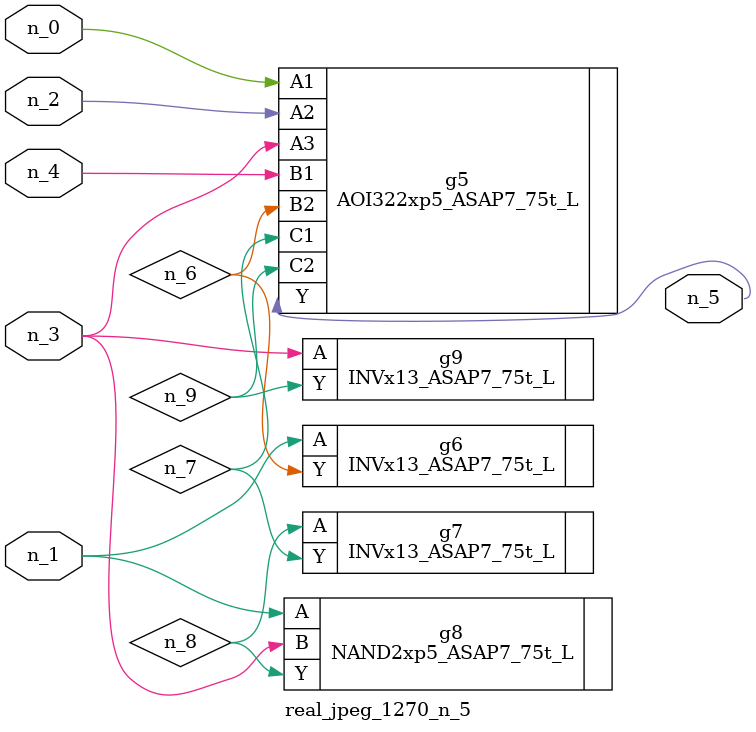
<source format=v>
module real_jpeg_1270_n_5 (n_4, n_0, n_1, n_2, n_3, n_5);

input n_4;
input n_0;
input n_1;
input n_2;
input n_3;

output n_5;

wire n_8;
wire n_6;
wire n_7;
wire n_9;

AOI322xp5_ASAP7_75t_L g5 ( 
.A1(n_0),
.A2(n_2),
.A3(n_3),
.B1(n_4),
.B2(n_6),
.C1(n_7),
.C2(n_9),
.Y(n_5)
);

INVx13_ASAP7_75t_L g6 ( 
.A(n_1),
.Y(n_6)
);

NAND2xp5_ASAP7_75t_L g8 ( 
.A(n_1),
.B(n_3),
.Y(n_8)
);

INVx13_ASAP7_75t_L g9 ( 
.A(n_3),
.Y(n_9)
);

INVx13_ASAP7_75t_L g7 ( 
.A(n_8),
.Y(n_7)
);


endmodule
</source>
